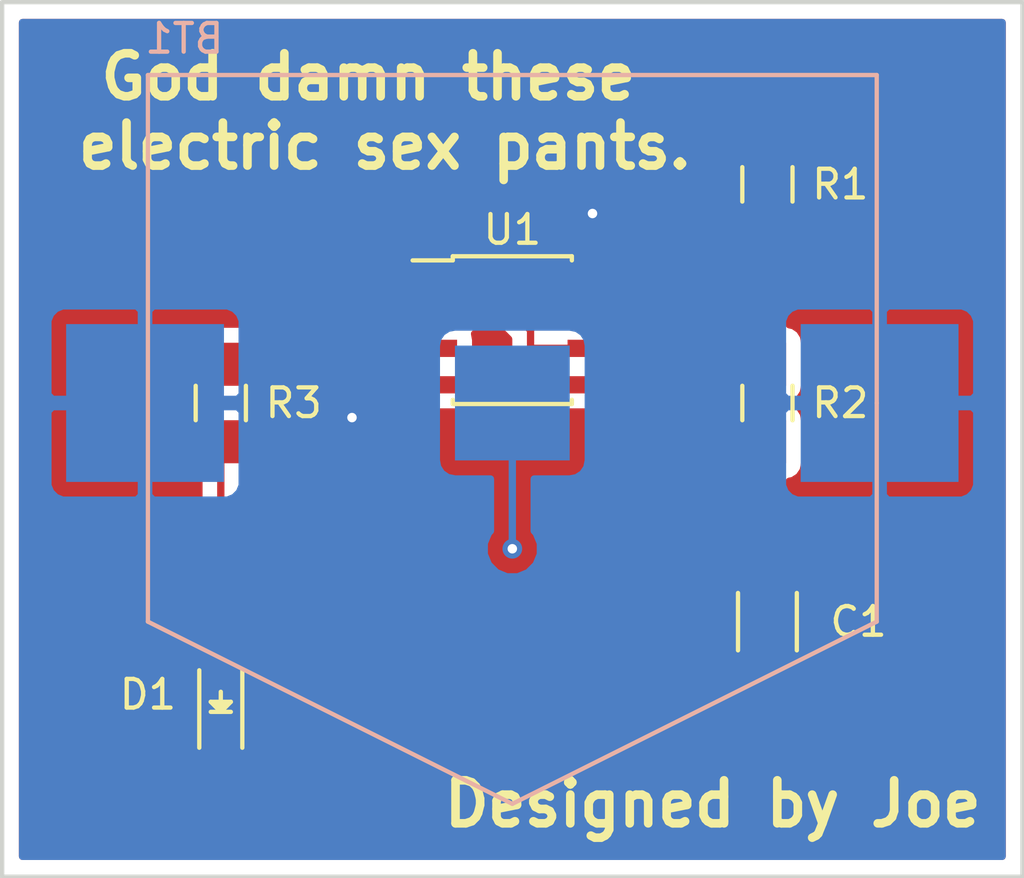
<source format=kicad_pcb>
(kicad_pcb (version 4) (host pcbnew 4.0.2-stable)

  (general
    (links 14)
    (no_connects 0)
    (area 134.544999 115.494999 170.255001 146.125001)
    (thickness 1.6)
    (drawings 6)
    (tracks 29)
    (zones 0)
    (modules 7)
    (nets 8)
  )

  (page A4)
  (layers
    (0 F.Cu signal)
    (31 B.Cu signal)
    (32 B.Adhes user)
    (33 F.Adhes user)
    (34 B.Paste user)
    (35 F.Paste user)
    (36 B.SilkS user)
    (37 F.SilkS user)
    (38 B.Mask user)
    (39 F.Mask user)
    (40 Dwgs.User user)
    (41 Cmts.User user)
    (42 Eco1.User user)
    (43 Eco2.User user)
    (44 Edge.Cuts user)
    (45 Margin user)
    (46 B.CrtYd user)
    (47 F.CrtYd user)
    (48 B.Fab user)
    (49 F.Fab user)
  )

  (setup
    (last_trace_width 0.254)
    (trace_clearance 0.254)
    (zone_clearance 0.508)
    (zone_45_only no)
    (trace_min 0.1524)
    (segment_width 0.2)
    (edge_width 0.15)
    (via_size 0.6858)
    (via_drill 0.3302)
    (via_min_size 0.6858)
    (via_min_drill 0.3302)
    (uvia_size 0.3)
    (uvia_drill 0.1)
    (uvias_allowed no)
    (uvia_min_size 0.2)
    (uvia_min_drill 0.1)
    (pcb_text_width 0.3)
    (pcb_text_size 1.5 1.5)
    (mod_edge_width 0.15)
    (mod_text_size 1 1)
    (mod_text_width 0.15)
    (pad_size 5.5 5.5)
    (pad_drill 0)
    (pad_to_mask_clearance 0.2)
    (aux_axis_origin 0 0)
    (visible_elements 7FFFFFFF)
    (pcbplotparams
      (layerselection 0x010f0_80000001)
      (usegerberextensions false)
      (excludeedgelayer true)
      (linewidth 0.100000)
      (plotframeref false)
      (viasonmask false)
      (mode 1)
      (useauxorigin false)
      (hpglpennumber 1)
      (hpglpenspeed 20)
      (hpglpendiameter 15)
      (hpglpenoverlay 2)
      (psnegative false)
      (psa4output false)
      (plotreference true)
      (plotvalue false)
      (plotinvisibletext false)
      (padsonsilk false)
      (subtractmaskfromsilk true)
      (outputformat 1)
      (mirror false)
      (drillshape 0)
      (scaleselection 1)
      (outputdirectory GERBERS/))
  )

  (net 0 "")
  (net 1 "Net-(C1-Pad1)")
  (net 2 GND)
  (net 3 "Net-(D1-Pad2)")
  (net 4 /VDD)
  (net 5 "Net-(R1-Pad2)")
  (net 6 "Net-(R3-Pad1)")
  (net 7 "Net-(U1-Pad5)")

  (net_class Default "This is the default net class."
    (clearance 0.254)
    (trace_width 0.254)
    (via_dia 0.6858)
    (via_drill 0.3302)
    (uvia_dia 0.3)
    (uvia_drill 0.1)
    (add_net /VDD)
    (add_net GND)
    (add_net "Net-(C1-Pad1)")
    (add_net "Net-(D1-Pad2)")
    (add_net "Net-(R1-Pad2)")
    (add_net "Net-(R3-Pad1)")
    (add_net "Net-(U1-Pad5)")
  )

  (module Capacitors_SMD:C_1206_HandSoldering (layer F.Cu) (tedit 573CFE12) (tstamp 573BCCDF)
    (at 161.29 137.16 270)
    (descr "Capacitor SMD 1206, hand soldering")
    (tags "capacitor 1206")
    (path /573BBE23)
    (attr smd)
    (fp_text reference C1 (at 0 -3.175 360) (layer F.SilkS)
      (effects (font (size 1 1) (thickness 0.15)))
    )
    (fp_text value 1U (at 0 2.3 270) (layer F.Fab)
      (effects (font (size 1 1) (thickness 0.15)))
    )
    (fp_line (start -3.3 -1.15) (end 3.3 -1.15) (layer F.CrtYd) (width 0.05))
    (fp_line (start -3.3 1.15) (end 3.3 1.15) (layer F.CrtYd) (width 0.05))
    (fp_line (start -3.3 -1.15) (end -3.3 1.15) (layer F.CrtYd) (width 0.05))
    (fp_line (start 3.3 -1.15) (end 3.3 1.15) (layer F.CrtYd) (width 0.05))
    (fp_line (start 1 -1.025) (end -1 -1.025) (layer F.SilkS) (width 0.15))
    (fp_line (start -1 1.025) (end 1 1.025) (layer F.SilkS) (width 0.15))
    (pad 1 smd rect (at -2 0 270) (size 2 1.6) (layers F.Cu F.Paste F.Mask)
      (net 1 "Net-(C1-Pad1)"))
    (pad 2 smd rect (at 2 0 270) (size 2 1.6) (layers F.Cu F.Paste F.Mask)
      (net 2 GND))
    (model Capacitors_SMD.3dshapes/C_1206_HandSoldering.wrl
      (at (xyz 0 0 0))
      (scale (xyz 1 1 1))
      (rotate (xyz 0 0 0))
    )
  )

  (module LEDs:LED_0805 (layer F.Cu) (tedit 573CFDF8) (tstamp 573BCCE5)
    (at 142.24 139.954 90)
    (descr "LED 0805 smd package")
    (tags "LED 0805 SMD")
    (path /573BBEEC)
    (attr smd)
    (fp_text reference D1 (at 0.254 -2.54 180) (layer F.SilkS)
      (effects (font (size 1 1) (thickness 0.15)))
    )
    (fp_text value LED (at 0 1.75 90) (layer F.Fab)
      (effects (font (size 1 1) (thickness 0.15)))
    )
    (fp_line (start -1.6 0.75) (end 1.1 0.75) (layer F.SilkS) (width 0.15))
    (fp_line (start -1.6 -0.75) (end 1.1 -0.75) (layer F.SilkS) (width 0.15))
    (fp_line (start -0.1 0.15) (end -0.1 -0.1) (layer F.SilkS) (width 0.15))
    (fp_line (start -0.1 -0.1) (end -0.25 0.05) (layer F.SilkS) (width 0.15))
    (fp_line (start -0.35 -0.35) (end -0.35 0.35) (layer F.SilkS) (width 0.15))
    (fp_line (start 0 0) (end 0.35 0) (layer F.SilkS) (width 0.15))
    (fp_line (start -0.35 0) (end 0 -0.35) (layer F.SilkS) (width 0.15))
    (fp_line (start 0 -0.35) (end 0 0.35) (layer F.SilkS) (width 0.15))
    (fp_line (start 0 0.35) (end -0.35 0) (layer F.SilkS) (width 0.15))
    (fp_line (start 1.9 -0.95) (end 1.9 0.95) (layer F.CrtYd) (width 0.05))
    (fp_line (start 1.9 0.95) (end -1.9 0.95) (layer F.CrtYd) (width 0.05))
    (fp_line (start -1.9 0.95) (end -1.9 -0.95) (layer F.CrtYd) (width 0.05))
    (fp_line (start -1.9 -0.95) (end 1.9 -0.95) (layer F.CrtYd) (width 0.05))
    (pad 2 smd rect (at 1.04902 0 270) (size 1.19888 1.19888) (layers F.Cu F.Paste F.Mask)
      (net 3 "Net-(D1-Pad2)"))
    (pad 1 smd rect (at -1.04902 0 270) (size 1.19888 1.19888) (layers F.Cu F.Paste F.Mask)
      (net 2 GND))
    (model LEDs.3dshapes/LED_0805.wrl
      (at (xyz 0 0 0))
      (scale (xyz 1 1 1))
      (rotate (xyz 0 0 0))
    )
  )

  (module Resistors_SMD:R_0805_HandSoldering (layer F.Cu) (tedit 573CFE02) (tstamp 573BCCEB)
    (at 161.29 121.92 270)
    (descr "Resistor SMD 0805, hand soldering")
    (tags "resistor 0805")
    (path /573BBD58)
    (attr smd)
    (fp_text reference R1 (at 0 -2.54 360) (layer F.SilkS)
      (effects (font (size 1 1) (thickness 0.15)))
    )
    (fp_text value 1K (at 0 2.1 270) (layer F.Fab)
      (effects (font (size 1 1) (thickness 0.15)))
    )
    (fp_line (start -2.4 -1) (end 2.4 -1) (layer F.CrtYd) (width 0.05))
    (fp_line (start -2.4 1) (end 2.4 1) (layer F.CrtYd) (width 0.05))
    (fp_line (start -2.4 -1) (end -2.4 1) (layer F.CrtYd) (width 0.05))
    (fp_line (start 2.4 -1) (end 2.4 1) (layer F.CrtYd) (width 0.05))
    (fp_line (start 0.6 0.875) (end -0.6 0.875) (layer F.SilkS) (width 0.15))
    (fp_line (start -0.6 -0.875) (end 0.6 -0.875) (layer F.SilkS) (width 0.15))
    (pad 1 smd rect (at -1.35 0 270) (size 1.5 1.3) (layers F.Cu F.Paste F.Mask)
      (net 4 /VDD))
    (pad 2 smd rect (at 1.35 0 270) (size 1.5 1.3) (layers F.Cu F.Paste F.Mask)
      (net 5 "Net-(R1-Pad2)"))
    (model Resistors_SMD.3dshapes/R_0805_HandSoldering.wrl
      (at (xyz 0 0 0))
      (scale (xyz 1 1 1))
      (rotate (xyz 0 0 0))
    )
  )

  (module Resistors_SMD:R_0805_HandSoldering (layer F.Cu) (tedit 573CFE0A) (tstamp 573BCCF1)
    (at 161.29 129.54 270)
    (descr "Resistor SMD 0805, hand soldering")
    (tags "resistor 0805")
    (path /573BBDDD)
    (attr smd)
    (fp_text reference R2 (at 0 -2.54 360) (layer F.SilkS)
      (effects (font (size 1 1) (thickness 0.15)))
    )
    (fp_text value 470K (at 0 2.1 270) (layer F.Fab)
      (effects (font (size 1 1) (thickness 0.15)))
    )
    (fp_line (start -2.4 -1) (end 2.4 -1) (layer F.CrtYd) (width 0.05))
    (fp_line (start -2.4 1) (end 2.4 1) (layer F.CrtYd) (width 0.05))
    (fp_line (start -2.4 -1) (end -2.4 1) (layer F.CrtYd) (width 0.05))
    (fp_line (start 2.4 -1) (end 2.4 1) (layer F.CrtYd) (width 0.05))
    (fp_line (start 0.6 0.875) (end -0.6 0.875) (layer F.SilkS) (width 0.15))
    (fp_line (start -0.6 -0.875) (end 0.6 -0.875) (layer F.SilkS) (width 0.15))
    (pad 1 smd rect (at -1.35 0 270) (size 1.5 1.3) (layers F.Cu F.Paste F.Mask)
      (net 5 "Net-(R1-Pad2)"))
    (pad 2 smd rect (at 1.35 0 270) (size 1.5 1.3) (layers F.Cu F.Paste F.Mask)
      (net 1 "Net-(C1-Pad1)"))
    (model Resistors_SMD.3dshapes/R_0805_HandSoldering.wrl
      (at (xyz 0 0 0))
      (scale (xyz 1 1 1))
      (rotate (xyz 0 0 0))
    )
  )

  (module Resistors_SMD:R_0805_HandSoldering (layer F.Cu) (tedit 573CFDEC) (tstamp 573BCCF7)
    (at 142.24 129.54 270)
    (descr "Resistor SMD 0805, hand soldering")
    (tags "resistor 0805")
    (path /573BBE88)
    (attr smd)
    (fp_text reference R3 (at 0 -2.54 360) (layer F.SilkS)
      (effects (font (size 1 1) (thickness 0.15)))
    )
    (fp_text value 1K (at 0 2.1 270) (layer F.Fab)
      (effects (font (size 1 1) (thickness 0.15)))
    )
    (fp_line (start -2.4 -1) (end 2.4 -1) (layer F.CrtYd) (width 0.05))
    (fp_line (start -2.4 1) (end 2.4 1) (layer F.CrtYd) (width 0.05))
    (fp_line (start -2.4 -1) (end -2.4 1) (layer F.CrtYd) (width 0.05))
    (fp_line (start 2.4 -1) (end 2.4 1) (layer F.CrtYd) (width 0.05))
    (fp_line (start 0.6 0.875) (end -0.6 0.875) (layer F.SilkS) (width 0.15))
    (fp_line (start -0.6 -0.875) (end 0.6 -0.875) (layer F.SilkS) (width 0.15))
    (pad 1 smd rect (at -1.35 0 270) (size 1.5 1.3) (layers F.Cu F.Paste F.Mask)
      (net 6 "Net-(R3-Pad1)"))
    (pad 2 smd rect (at 1.35 0 270) (size 1.5 1.3) (layers F.Cu F.Paste F.Mask)
      (net 3 "Net-(D1-Pad2)"))
    (model Resistors_SMD.3dshapes/R_0805_HandSoldering.wrl
      (at (xyz 0 0 0))
      (scale (xyz 1 1 1))
      (rotate (xyz 0 0 0))
    )
  )

  (module Housings_SOIC:SOIC-8_3.9x4.9mm_Pitch1.27mm (layer F.Cu) (tedit 54130A77) (tstamp 573BCD03)
    (at 152.4 127)
    (descr "8-Lead Plastic Small Outline (SN) - Narrow, 3.90 mm Body [SOIC] (see Microchip Packaging Specification 00000049BS.pdf)")
    (tags "SOIC 1.27")
    (path /573BBBA4)
    (attr smd)
    (fp_text reference U1 (at 0 -3.5) (layer F.SilkS)
      (effects (font (size 1 1) (thickness 0.15)))
    )
    (fp_text value 7555 (at 0 3.5) (layer F.Fab)
      (effects (font (size 1 1) (thickness 0.15)))
    )
    (fp_line (start -3.75 -2.75) (end -3.75 2.75) (layer F.CrtYd) (width 0.05))
    (fp_line (start 3.75 -2.75) (end 3.75 2.75) (layer F.CrtYd) (width 0.05))
    (fp_line (start -3.75 -2.75) (end 3.75 -2.75) (layer F.CrtYd) (width 0.05))
    (fp_line (start -3.75 2.75) (end 3.75 2.75) (layer F.CrtYd) (width 0.05))
    (fp_line (start -2.075 -2.575) (end -2.075 -2.43) (layer F.SilkS) (width 0.15))
    (fp_line (start 2.075 -2.575) (end 2.075 -2.43) (layer F.SilkS) (width 0.15))
    (fp_line (start 2.075 2.575) (end 2.075 2.43) (layer F.SilkS) (width 0.15))
    (fp_line (start -2.075 2.575) (end -2.075 2.43) (layer F.SilkS) (width 0.15))
    (fp_line (start -2.075 -2.575) (end 2.075 -2.575) (layer F.SilkS) (width 0.15))
    (fp_line (start -2.075 2.575) (end 2.075 2.575) (layer F.SilkS) (width 0.15))
    (fp_line (start -2.075 -2.43) (end -3.475 -2.43) (layer F.SilkS) (width 0.15))
    (pad 1 smd rect (at -2.7 -1.905) (size 1.55 0.6) (layers F.Cu F.Paste F.Mask)
      (net 2 GND))
    (pad 2 smd rect (at -2.7 -0.635) (size 1.55 0.6) (layers F.Cu F.Paste F.Mask)
      (net 1 "Net-(C1-Pad1)"))
    (pad 3 smd rect (at -2.7 0.635) (size 1.55 0.6) (layers F.Cu F.Paste F.Mask)
      (net 6 "Net-(R3-Pad1)"))
    (pad 4 smd rect (at -2.7 1.905) (size 1.55 0.6) (layers F.Cu F.Paste F.Mask)
      (net 4 /VDD))
    (pad 5 smd rect (at 2.7 1.905) (size 1.55 0.6) (layers F.Cu F.Paste F.Mask)
      (net 7 "Net-(U1-Pad5)"))
    (pad 6 smd rect (at 2.7 0.635) (size 1.55 0.6) (layers F.Cu F.Paste F.Mask)
      (net 1 "Net-(C1-Pad1)"))
    (pad 7 smd rect (at 2.7 -0.635) (size 1.55 0.6) (layers F.Cu F.Paste F.Mask)
      (net 5 "Net-(R1-Pad2)"))
    (pad 8 smd rect (at 2.7 -1.905) (size 1.55 0.6) (layers F.Cu F.Paste F.Mask)
      (net 4 /VDD))
    (model Housings_SOIC.3dshapes/SOIC-8_3.9x4.9mm_Pitch1.27mm.wrl
      (at (xyz 0 0 0))
      (scale (xyz 1 1 1))
      (rotate (xyz 0 0 0))
    )
  )

  (module GTB:S8211R (layer B.Cu) (tedit 573CFA85) (tstamp 573BD654)
    (at 152.4 129.54 180)
    (path /573BC43F)
    (fp_text reference BT1 (at 11.43 12.7 180) (layer B.SilkS)
      (effects (font (size 1 1) (thickness 0.15)) (justify mirror))
    )
    (fp_text value Battery (at -10.16 12.7 180) (layer B.Fab)
      (effects (font (size 1 1) (thickness 0.15)) (justify mirror))
    )
    (fp_line (start -12.7 0) (end -12.7 11.43) (layer B.SilkS) (width 0.15))
    (fp_line (start -12.7 11.43) (end 12.7 11.43) (layer B.SilkS) (width 0.15))
    (fp_line (start 12.7 11.43) (end 12.7 -7.62) (layer B.SilkS) (width 0.15))
    (fp_line (start 12.7 -7.62) (end 0 -13.97) (layer B.SilkS) (width 0.15))
    (fp_line (start 0 -13.97) (end -12.7 -7.62) (layer B.SilkS) (width 0.15))
    (fp_line (start -12.7 -7.62) (end -12.7 0) (layer B.SilkS) (width 0.15))
    (pad 2 smd rect (at 0 0 180) (size 4 4) (layers B.Cu B.Paste B.Mask)
      (net 2 GND))
    (pad 1 smd rect (at -12.8 0 180) (size 5.5 5.5) (layers B.Cu B.Paste B.Mask)
      (net 4 /VDD))
    (pad 1 smd rect (at 12.8 0 180) (size 5.5 5.5) (layers B.Cu B.Paste B.Mask)
      (net 4 /VDD))
  )

  (gr_text "Designed by Joe" (at 159.385 143.51) (layer F.SilkS)
    (effects (font (size 1.5 1.5) (thickness 0.3)))
  )
  (gr_text "God damn these \nelectric sex pants." (at 147.955 119.38) (layer F.SilkS)
    (effects (font (size 1.5 1.5) (thickness 0.3)))
  )
  (gr_line (start 134.62 146.05) (end 170.18 146.05) (angle 90) (layer Edge.Cuts) (width 0.15))
  (gr_line (start 134.62 115.57) (end 170.18 115.57) (angle 90) (layer Edge.Cuts) (width 0.15))
  (gr_line (start 170.18 146.05) (end 170.18 115.57) (angle 90) (layer Edge.Cuts) (width 0.15))
  (gr_line (start 134.62 146.05) (end 134.62 115.57) (angle 90) (layer Edge.Cuts) (width 0.15))

  (segment (start 149.7 126.365) (end 152.4 126.365) (width 0.254) (layer F.Cu) (net 1))
  (segment (start 153.035 127.635) (end 155.1 127.635) (width 0.254) (layer F.Cu) (net 1) (tstamp 573CFA61))
  (segment (start 153.035 127) (end 153.035 127.635) (width 0.254) (layer F.Cu) (net 1) (tstamp 573CFA5E))
  (segment (start 152.4 126.365) (end 153.035 127) (width 0.254) (layer F.Cu) (net 1) (tstamp 573CFA59))
  (segment (start 161.29 130.89) (end 161.29 135.16) (width 0.254) (layer F.Cu) (net 1))
  (segment (start 155.1 127.635) (end 156.337 127.635) (width 0.254) (layer F.Cu) (net 1))
  (segment (start 159.592 130.89) (end 161.29 130.89) (width 0.254) (layer F.Cu) (net 1) (tstamp 573CF479))
  (segment (start 156.337 127.635) (end 159.592 130.89) (width 0.254) (layer F.Cu) (net 1) (tstamp 573CF472))
  (segment (start 152.4 129.54) (end 152.4 134.62) (width 0.254) (layer B.Cu) (net 2))
  (via (at 152.4 134.62) (size 0.6858) (drill 0.3302) (layers F.Cu B.Cu) (net 2))
  (segment (start 142.24 130.89) (end 142.24 138.90498) (width 0.254) (layer F.Cu) (net 3))
  (via (at 146.812 130.048) (size 0.6858) (drill 0.3302) (layers F.Cu B.Cu) (net 4))
  (segment (start 147.955 128.905) (end 146.812 130.048) (width 0.254) (layer F.Cu) (net 4) (tstamp 573CF9E4))
  (segment (start 149.7 128.905) (end 147.955 128.905) (width 0.254) (layer F.Cu) (net 4))
  (segment (start 155.1 125.095) (end 155.1 123.03) (width 0.254) (layer F.Cu) (net 4))
  (via (at 155.194 122.936) (size 0.6858) (drill 0.3302) (layers F.Cu B.Cu) (net 4))
  (segment (start 155.1 123.03) (end 155.194 122.936) (width 0.254) (layer F.Cu) (net 4) (tstamp 573CF9B6))
  (segment (start 155.1 125.095) (end 157.099 125.095) (width 0.254) (layer F.Cu) (net 4))
  (segment (start 159.084 120.57) (end 161.29 120.57) (width 0.254) (layer F.Cu) (net 4) (tstamp 573CF44E))
  (segment (start 157.988 121.666) (end 159.084 120.57) (width 0.254) (layer F.Cu) (net 4) (tstamp 573CF44B))
  (segment (start 157.988 124.206) (end 157.988 121.666) (width 0.254) (layer F.Cu) (net 4) (tstamp 573CF448))
  (segment (start 157.099 125.095) (end 157.988 124.206) (width 0.254) (layer F.Cu) (net 4) (tstamp 573CF443))
  (segment (start 155.1 126.365) (end 157.353 126.365) (width 0.254) (layer F.Cu) (net 5))
  (segment (start 159.178 128.19) (end 161.29 128.19) (width 0.254) (layer F.Cu) (net 5) (tstamp 573CF461))
  (segment (start 157.353 126.365) (end 159.178 128.19) (width 0.254) (layer F.Cu) (net 5) (tstamp 573CF458))
  (segment (start 161.29 123.27) (end 161.29 128.19) (width 0.254) (layer F.Cu) (net 5))
  (segment (start 142.24 128.19) (end 146.638 128.19) (width 0.254) (layer F.Cu) (net 6))
  (segment (start 147.193 127.635) (end 149.7 127.635) (width 0.254) (layer F.Cu) (net 6) (tstamp 573CF4DB))
  (segment (start 146.638 128.19) (end 147.193 127.635) (width 0.254) (layer F.Cu) (net 6) (tstamp 573CF4D5))

  (zone (net 2) (net_name GND) (layer F.Cu) (tstamp 573CF685) (hatch edge 0.508)
    (connect_pads (clearance 0.508))
    (min_thickness 0.254)
    (fill yes (arc_segments 16) (thermal_gap 0.508) (thermal_bridge_width 0.508))
    (polygon
      (pts
        (xy 134.62 146.05) (xy 134.62 115.57) (xy 170.18 115.57) (xy 170.18 146.05)
      )
    )
    (filled_polygon
      (pts
        (xy 169.47 145.34) (xy 135.33 145.34) (xy 135.33 141.28877) (xy 141.00556 141.28877) (xy 141.00556 141.728769)
        (xy 141.102233 141.962158) (xy 141.280861 142.140787) (xy 141.51425 142.23746) (xy 141.95425 142.23746) (xy 142.113 142.07871)
        (xy 142.113 141.13002) (xy 142.367 141.13002) (xy 142.367 142.07871) (xy 142.52575 142.23746) (xy 142.96575 142.23746)
        (xy 143.199139 142.140787) (xy 143.377767 141.962158) (xy 143.47444 141.728769) (xy 143.47444 141.28877) (xy 143.31569 141.13002)
        (xy 142.367 141.13002) (xy 142.113 141.13002) (xy 141.16431 141.13002) (xy 141.00556 141.28877) (xy 135.33 141.28877)
        (xy 135.33 127.44) (xy 140.94256 127.44) (xy 140.94256 128.94) (xy 140.986838 129.175317) (xy 141.12591 129.391441)
        (xy 141.33811 129.536431) (xy 141.351197 129.539081) (xy 141.138559 129.67591) (xy 140.993569 129.88811) (xy 140.94256 130.14)
        (xy 140.94256 131.64) (xy 140.986838 131.875317) (xy 141.12591 132.091441) (xy 141.33811 132.236431) (xy 141.478 132.264759)
        (xy 141.478 137.688688) (xy 141.405243 137.702378) (xy 141.189119 137.84145) (xy 141.044129 138.05365) (xy 140.99312 138.30554)
        (xy 140.99312 139.50442) (xy 141.037398 139.739737) (xy 141.17647 139.955861) (xy 141.184659 139.961456) (xy 141.102233 140.043882)
        (xy 141.00556 140.277271) (xy 141.00556 140.71727) (xy 141.16431 140.87602) (xy 142.113 140.87602) (xy 142.113 140.85602)
        (xy 142.367 140.85602) (xy 142.367 140.87602) (xy 143.31569 140.87602) (xy 143.47444 140.71727) (xy 143.47444 140.277271)
        (xy 143.377767 140.043882) (xy 143.295555 139.961669) (xy 143.435871 139.75631) (xy 143.48688 139.50442) (xy 143.48688 139.44575)
        (xy 159.855 139.44575) (xy 159.855 140.286309) (xy 159.951673 140.519698) (xy 160.130301 140.698327) (xy 160.36369 140.795)
        (xy 161.00425 140.795) (xy 161.163 140.63625) (xy 161.163 139.287) (xy 161.417 139.287) (xy 161.417 140.63625)
        (xy 161.57575 140.795) (xy 162.21631 140.795) (xy 162.449699 140.698327) (xy 162.628327 140.519698) (xy 162.725 140.286309)
        (xy 162.725 139.44575) (xy 162.56625 139.287) (xy 161.417 139.287) (xy 161.163 139.287) (xy 160.01375 139.287)
        (xy 159.855 139.44575) (xy 143.48688 139.44575) (xy 143.48688 138.30554) (xy 143.442602 138.070223) (xy 143.419095 138.033691)
        (xy 159.855 138.033691) (xy 159.855 138.87425) (xy 160.01375 139.033) (xy 161.163 139.033) (xy 161.163 137.68375)
        (xy 161.417 137.68375) (xy 161.417 139.033) (xy 162.56625 139.033) (xy 162.725 138.87425) (xy 162.725 138.033691)
        (xy 162.628327 137.800302) (xy 162.449699 137.621673) (xy 162.21631 137.525) (xy 161.57575 137.525) (xy 161.417 137.68375)
        (xy 161.163 137.68375) (xy 161.00425 137.525) (xy 160.36369 137.525) (xy 160.130301 137.621673) (xy 159.951673 137.800302)
        (xy 159.855 138.033691) (xy 143.419095 138.033691) (xy 143.30353 137.854099) (xy 143.09133 137.709109) (xy 143.002 137.691019)
        (xy 143.002 132.266366) (xy 143.125317 132.243162) (xy 143.341441 132.10409) (xy 143.486431 131.89189) (xy 143.53744 131.64)
        (xy 143.53744 130.14) (xy 143.493162 129.904683) (xy 143.35409 129.688559) (xy 143.14189 129.543569) (xy 143.128803 129.540919)
        (xy 143.341441 129.40409) (xy 143.486431 129.19189) (xy 143.53501 128.952) (xy 146.638 128.952) (xy 146.878136 128.904234)
        (xy 146.712357 129.070013) (xy 146.618337 129.069931) (xy 146.258788 129.218493) (xy 145.98346 129.493341) (xy 145.83427 129.85263)
        (xy 145.833931 130.241663) (xy 145.982493 130.601212) (xy 146.257341 130.87654) (xy 146.61663 131.02573) (xy 147.005663 131.026069)
        (xy 147.365212 130.877507) (xy 147.64054 130.602659) (xy 147.78973 130.24337) (xy 147.789813 130.147817) (xy 148.27063 129.667)
        (xy 148.476364 129.667) (xy 148.67311 129.801431) (xy 148.925 129.85244) (xy 150.475 129.85244) (xy 150.710317 129.808162)
        (xy 150.926441 129.66909) (xy 151.071431 129.45689) (xy 151.12244 129.205) (xy 151.12244 128.605) (xy 151.078162 128.369683)
        (xy 151.014322 128.270472) (xy 151.071431 128.18689) (xy 151.12244 127.935) (xy 151.12244 127.335) (xy 151.083302 127.127)
        (xy 152.08437 127.127) (xy 152.273 127.315631) (xy 152.273 127.635) (xy 152.331004 127.926605) (xy 152.496185 128.173815)
        (xy 152.743395 128.338996) (xy 153.035 128.397) (xy 153.719681 128.397) (xy 153.67756 128.605) (xy 153.67756 129.205)
        (xy 153.721838 129.440317) (xy 153.86091 129.656441) (xy 154.07311 129.801431) (xy 154.325 129.85244) (xy 155.875 129.85244)
        (xy 156.110317 129.808162) (xy 156.326441 129.66909) (xy 156.471431 129.45689) (xy 156.52244 129.205) (xy 156.52244 128.89807)
        (xy 159.053185 131.428815) (xy 159.300395 131.593996) (xy 159.592 131.652) (xy 159.994818 131.652) (xy 160.036838 131.875317)
        (xy 160.17591 132.091441) (xy 160.38811 132.236431) (xy 160.528 132.264759) (xy 160.528 133.51256) (xy 160.49 133.51256)
        (xy 160.254683 133.556838) (xy 160.038559 133.69591) (xy 159.893569 133.90811) (xy 159.84256 134.16) (xy 159.84256 136.16)
        (xy 159.886838 136.395317) (xy 160.02591 136.611441) (xy 160.23811 136.756431) (xy 160.49 136.80744) (xy 162.09 136.80744)
        (xy 162.325317 136.763162) (xy 162.541441 136.62409) (xy 162.686431 136.41189) (xy 162.73744 136.16) (xy 162.73744 134.16)
        (xy 162.693162 133.924683) (xy 162.55409 133.708559) (xy 162.34189 133.563569) (xy 162.09 133.51256) (xy 162.052 133.51256)
        (xy 162.052 132.266366) (xy 162.175317 132.243162) (xy 162.391441 132.10409) (xy 162.536431 131.89189) (xy 162.58744 131.64)
        (xy 162.58744 130.14) (xy 162.543162 129.904683) (xy 162.40409 129.688559) (xy 162.19189 129.543569) (xy 162.178803 129.540919)
        (xy 162.391441 129.40409) (xy 162.536431 129.19189) (xy 162.58744 128.94) (xy 162.58744 127.44) (xy 162.543162 127.204683)
        (xy 162.40409 126.988559) (xy 162.19189 126.843569) (xy 162.052 126.815241) (xy 162.052 124.646366) (xy 162.175317 124.623162)
        (xy 162.391441 124.48409) (xy 162.536431 124.27189) (xy 162.58744 124.02) (xy 162.58744 122.52) (xy 162.543162 122.284683)
        (xy 162.40409 122.068559) (xy 162.19189 121.923569) (xy 162.178803 121.920919) (xy 162.391441 121.78409) (xy 162.536431 121.57189)
        (xy 162.58744 121.32) (xy 162.58744 119.82) (xy 162.543162 119.584683) (xy 162.40409 119.368559) (xy 162.19189 119.223569)
        (xy 161.94 119.17256) (xy 160.64 119.17256) (xy 160.404683 119.216838) (xy 160.188559 119.35591) (xy 160.043569 119.56811)
        (xy 159.99499 119.808) (xy 159.084 119.808) (xy 158.792395 119.866004) (xy 158.545185 120.031185) (xy 157.449185 121.127185)
        (xy 157.284004 121.374395) (xy 157.226 121.666) (xy 157.226 123.89037) (xy 156.78337 124.333) (xy 156.323636 124.333)
        (xy 156.12689 124.198569) (xy 155.875 124.14756) (xy 155.862 124.14756) (xy 155.862 123.650919) (xy 156.02254 123.490659)
        (xy 156.17173 123.13137) (xy 156.172069 122.742337) (xy 156.023507 122.382788) (xy 155.748659 122.10746) (xy 155.38937 121.95827)
        (xy 155.000337 121.957931) (xy 154.640788 122.106493) (xy 154.36546 122.381341) (xy 154.21627 122.74063) (xy 154.215931 123.129663)
        (xy 154.338 123.425094) (xy 154.338 124.14756) (xy 154.325 124.14756) (xy 154.089683 124.191838) (xy 153.873559 124.33091)
        (xy 153.728569 124.54311) (xy 153.67756 124.795) (xy 153.67756 125.395) (xy 153.721838 125.630317) (xy 153.785678 125.729528)
        (xy 153.728569 125.81311) (xy 153.67756 126.065) (xy 153.67756 126.61645) (xy 153.672834 126.609377) (xy 153.573816 126.461185)
        (xy 152.938815 125.826185) (xy 152.831829 125.754699) (xy 152.691605 125.661004) (xy 152.4 125.603) (xy 151.076163 125.603)
        (xy 151.11 125.52131) (xy 151.11 125.38075) (xy 150.95125 125.222) (xy 149.827 125.222) (xy 149.827 125.242)
        (xy 149.573 125.242) (xy 149.573 125.222) (xy 148.44875 125.222) (xy 148.29 125.38075) (xy 148.29 125.52131)
        (xy 148.379806 125.738122) (xy 148.328569 125.81311) (xy 148.27756 126.065) (xy 148.27756 126.665) (xy 148.316698 126.873)
        (xy 147.193 126.873) (xy 146.901396 126.931003) (xy 146.654185 127.096184) (xy 146.32237 127.428) (xy 143.535182 127.428)
        (xy 143.493162 127.204683) (xy 143.35409 126.988559) (xy 143.14189 126.843569) (xy 142.89 126.79256) (xy 141.59 126.79256)
        (xy 141.354683 126.836838) (xy 141.138559 126.97591) (xy 140.993569 127.18811) (xy 140.94256 127.44) (xy 135.33 127.44)
        (xy 135.33 124.66869) (xy 148.29 124.66869) (xy 148.29 124.80925) (xy 148.44875 124.968) (xy 149.573 124.968)
        (xy 149.573 124.31875) (xy 149.827 124.31875) (xy 149.827 124.968) (xy 150.95125 124.968) (xy 151.11 124.80925)
        (xy 151.11 124.66869) (xy 151.013327 124.435301) (xy 150.834698 124.256673) (xy 150.601309 124.16) (xy 149.98575 124.16)
        (xy 149.827 124.31875) (xy 149.573 124.31875) (xy 149.41425 124.16) (xy 148.798691 124.16) (xy 148.565302 124.256673)
        (xy 148.386673 124.435301) (xy 148.29 124.66869) (xy 135.33 124.66869) (xy 135.33 116.28) (xy 169.47 116.28)
      )
    )
  )
  (zone (net 4) (net_name /VDD) (layer B.Cu) (tstamp 573CF7C3) (hatch edge 0.508)
    (connect_pads (clearance 0.508))
    (min_thickness 0.254)
    (fill yes (arc_segments 16) (thermal_gap 0.508) (thermal_bridge_width 0.508))
    (polygon
      (pts
        (xy 134.62 115.57) (xy 170.18 115.57) (xy 170.18 146.05) (xy 134.62 146.05)
      )
    )
    (filled_polygon
      (pts
        (xy 169.47 145.34) (xy 135.33 145.34) (xy 135.33 129.82575) (xy 136.215 129.82575) (xy 136.215 132.41631)
        (xy 136.311673 132.649699) (xy 136.490302 132.828327) (xy 136.723691 132.925) (xy 139.31425 132.925) (xy 139.473 132.76625)
        (xy 139.473 129.667) (xy 139.727 129.667) (xy 139.727 132.76625) (xy 139.88575 132.925) (xy 142.476309 132.925)
        (xy 142.709698 132.828327) (xy 142.888327 132.649699) (xy 142.985 132.41631) (xy 142.985 129.82575) (xy 142.82625 129.667)
        (xy 139.727 129.667) (xy 139.473 129.667) (xy 136.37375 129.667) (xy 136.215 129.82575) (xy 135.33 129.82575)
        (xy 135.33 126.66369) (xy 136.215 126.66369) (xy 136.215 129.25425) (xy 136.37375 129.413) (xy 139.473 129.413)
        (xy 139.473 126.31375) (xy 139.727 126.31375) (xy 139.727 129.413) (xy 142.82625 129.413) (xy 142.985 129.25425)
        (xy 142.985 127.54) (xy 149.75256 127.54) (xy 149.75256 131.54) (xy 149.796838 131.775317) (xy 149.93591 131.991441)
        (xy 150.14811 132.136431) (xy 150.4 132.18744) (xy 151.638 132.18744) (xy 151.638 133.998917) (xy 151.57146 134.065341)
        (xy 151.42227 134.42463) (xy 151.421931 134.813663) (xy 151.570493 135.173212) (xy 151.845341 135.44854) (xy 152.20463 135.59773)
        (xy 152.593663 135.598069) (xy 152.953212 135.449507) (xy 153.22854 135.174659) (xy 153.37773 134.81537) (xy 153.378069 134.426337)
        (xy 153.229507 134.066788) (xy 153.162 133.999163) (xy 153.162 132.18744) (xy 154.4 132.18744) (xy 154.635317 132.143162)
        (xy 154.851441 132.00409) (xy 154.996431 131.79189) (xy 155.04744 131.54) (xy 155.04744 129.82575) (xy 161.815 129.82575)
        (xy 161.815 132.41631) (xy 161.911673 132.649699) (xy 162.090302 132.828327) (xy 162.323691 132.925) (xy 164.91425 132.925)
        (xy 165.073 132.76625) (xy 165.073 129.667) (xy 165.327 129.667) (xy 165.327 132.76625) (xy 165.48575 132.925)
        (xy 168.076309 132.925) (xy 168.309698 132.828327) (xy 168.488327 132.649699) (xy 168.585 132.41631) (xy 168.585 129.82575)
        (xy 168.42625 129.667) (xy 165.327 129.667) (xy 165.073 129.667) (xy 161.97375 129.667) (xy 161.815 129.82575)
        (xy 155.04744 129.82575) (xy 155.04744 127.54) (xy 155.003162 127.304683) (xy 154.86409 127.088559) (xy 154.65189 126.943569)
        (xy 154.4 126.89256) (xy 150.4 126.89256) (xy 150.164683 126.936838) (xy 149.948559 127.07591) (xy 149.803569 127.28811)
        (xy 149.75256 127.54) (xy 142.985 127.54) (xy 142.985 126.66369) (xy 161.815 126.66369) (xy 161.815 129.25425)
        (xy 161.97375 129.413) (xy 165.073 129.413) (xy 165.073 126.31375) (xy 165.327 126.31375) (xy 165.327 129.413)
        (xy 168.42625 129.413) (xy 168.585 129.25425) (xy 168.585 126.66369) (xy 168.488327 126.430301) (xy 168.309698 126.251673)
        (xy 168.076309 126.155) (xy 165.48575 126.155) (xy 165.327 126.31375) (xy 165.073 126.31375) (xy 164.91425 126.155)
        (xy 162.323691 126.155) (xy 162.090302 126.251673) (xy 161.911673 126.430301) (xy 161.815 126.66369) (xy 142.985 126.66369)
        (xy 142.888327 126.430301) (xy 142.709698 126.251673) (xy 142.476309 126.155) (xy 139.88575 126.155) (xy 139.727 126.31375)
        (xy 139.473 126.31375) (xy 139.31425 126.155) (xy 136.723691 126.155) (xy 136.490302 126.251673) (xy 136.311673 126.430301)
        (xy 136.215 126.66369) (xy 135.33 126.66369) (xy 135.33 116.28) (xy 169.47 116.28)
      )
    )
  )
)

</source>
